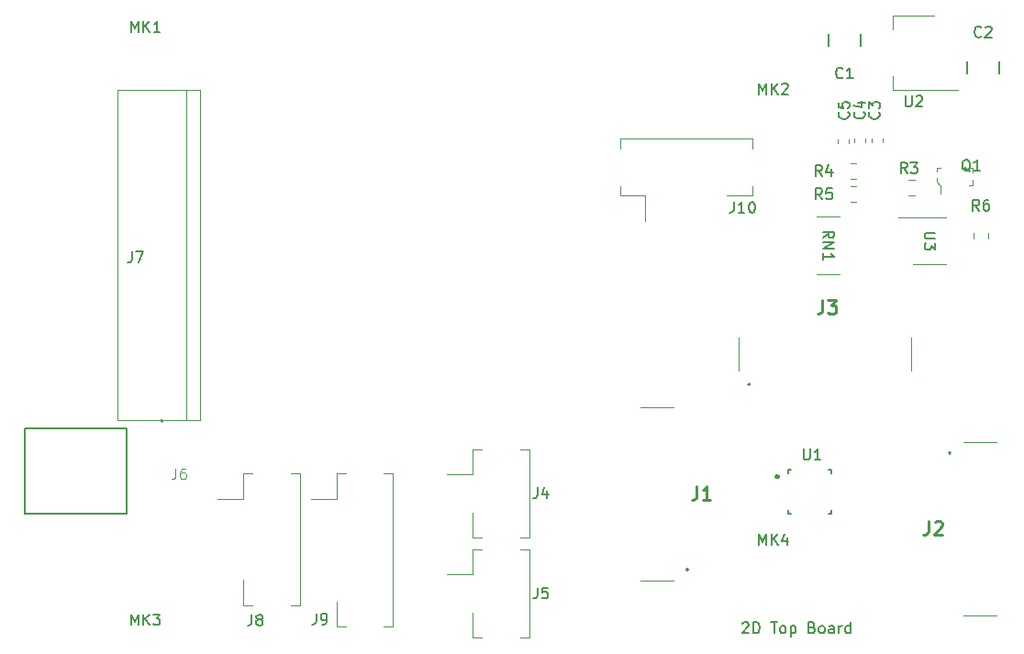
<source format=gto>
G04 #@! TF.GenerationSoftware,KiCad,Pcbnew,(5.1.0)-1*
G04 #@! TF.CreationDate,2020-03-11T13:06:58+00:00*
G04 #@! TF.ProjectId,2D Top Board,32442054-6f70-4204-926f-6172642e6b69,-*
G04 #@! TF.SameCoordinates,Original*
G04 #@! TF.FileFunction,Legend,Top*
G04 #@! TF.FilePolarity,Positive*
%FSLAX46Y46*%
G04 Gerber Fmt 4.6, Leading zero omitted, Abs format (unit mm)*
G04 Created by KiCad (PCBNEW (5.1.0)-1) date 2020-03-11 13:06:58*
%MOMM*%
%LPD*%
G04 APERTURE LIST*
%ADD10C,0.150000*%
%ADD11C,0.120000*%
%ADD12C,0.200000*%
%ADD13C,0.127000*%
%ADD14C,0.100000*%
%ADD15C,0.300000*%
%ADD16C,0.015000*%
%ADD17C,0.254000*%
G04 APERTURE END LIST*
D10*
X166600000Y-122547619D02*
X166647619Y-122500000D01*
X166742857Y-122452380D01*
X166980952Y-122452380D01*
X167076190Y-122500000D01*
X167123809Y-122547619D01*
X167171428Y-122642857D01*
X167171428Y-122738095D01*
X167123809Y-122880952D01*
X166552380Y-123452380D01*
X167171428Y-123452380D01*
X167600000Y-123452380D02*
X167600000Y-122452380D01*
X167838095Y-122452380D01*
X167980952Y-122500000D01*
X168076190Y-122595238D01*
X168123809Y-122690476D01*
X168171428Y-122880952D01*
X168171428Y-123023809D01*
X168123809Y-123214285D01*
X168076190Y-123309523D01*
X167980952Y-123404761D01*
X167838095Y-123452380D01*
X167600000Y-123452380D01*
X169219047Y-122452380D02*
X169790476Y-122452380D01*
X169504761Y-123452380D02*
X169504761Y-122452380D01*
X170266666Y-123452380D02*
X170171428Y-123404761D01*
X170123809Y-123357142D01*
X170076190Y-123261904D01*
X170076190Y-122976190D01*
X170123809Y-122880952D01*
X170171428Y-122833333D01*
X170266666Y-122785714D01*
X170409523Y-122785714D01*
X170504761Y-122833333D01*
X170552380Y-122880952D01*
X170600000Y-122976190D01*
X170600000Y-123261904D01*
X170552380Y-123357142D01*
X170504761Y-123404761D01*
X170409523Y-123452380D01*
X170266666Y-123452380D01*
X171028571Y-122785714D02*
X171028571Y-123785714D01*
X171028571Y-122833333D02*
X171123809Y-122785714D01*
X171314285Y-122785714D01*
X171409523Y-122833333D01*
X171457142Y-122880952D01*
X171504761Y-122976190D01*
X171504761Y-123261904D01*
X171457142Y-123357142D01*
X171409523Y-123404761D01*
X171314285Y-123452380D01*
X171123809Y-123452380D01*
X171028571Y-123404761D01*
X173028571Y-122928571D02*
X173171428Y-122976190D01*
X173219047Y-123023809D01*
X173266666Y-123119047D01*
X173266666Y-123261904D01*
X173219047Y-123357142D01*
X173171428Y-123404761D01*
X173076190Y-123452380D01*
X172695238Y-123452380D01*
X172695238Y-122452380D01*
X173028571Y-122452380D01*
X173123809Y-122500000D01*
X173171428Y-122547619D01*
X173219047Y-122642857D01*
X173219047Y-122738095D01*
X173171428Y-122833333D01*
X173123809Y-122880952D01*
X173028571Y-122928571D01*
X172695238Y-122928571D01*
X173838095Y-123452380D02*
X173742857Y-123404761D01*
X173695238Y-123357142D01*
X173647619Y-123261904D01*
X173647619Y-122976190D01*
X173695238Y-122880952D01*
X173742857Y-122833333D01*
X173838095Y-122785714D01*
X173980952Y-122785714D01*
X174076190Y-122833333D01*
X174123809Y-122880952D01*
X174171428Y-122976190D01*
X174171428Y-123261904D01*
X174123809Y-123357142D01*
X174076190Y-123404761D01*
X173980952Y-123452380D01*
X173838095Y-123452380D01*
X175028571Y-123452380D02*
X175028571Y-122928571D01*
X174980952Y-122833333D01*
X174885714Y-122785714D01*
X174695238Y-122785714D01*
X174600000Y-122833333D01*
X175028571Y-123404761D02*
X174933333Y-123452380D01*
X174695238Y-123452380D01*
X174600000Y-123404761D01*
X174552380Y-123309523D01*
X174552380Y-123214285D01*
X174600000Y-123119047D01*
X174695238Y-123071428D01*
X174933333Y-123071428D01*
X175028571Y-123023809D01*
X175504761Y-123452380D02*
X175504761Y-122785714D01*
X175504761Y-122976190D02*
X175552380Y-122880952D01*
X175600000Y-122833333D01*
X175695238Y-122785714D01*
X175790476Y-122785714D01*
X176552380Y-123452380D02*
X176552380Y-122452380D01*
X176552380Y-123404761D02*
X176457142Y-123452380D01*
X176266666Y-123452380D01*
X176171428Y-123404761D01*
X176123809Y-123357142D01*
X176076190Y-123261904D01*
X176076190Y-122976190D01*
X176123809Y-122880952D01*
X176171428Y-122833333D01*
X176266666Y-122785714D01*
X176457142Y-122785714D01*
X176552380Y-122833333D01*
D11*
X178490000Y-78121267D02*
X178490000Y-77778733D01*
X179510000Y-78121267D02*
X179510000Y-77778733D01*
X177910000Y-78171267D02*
X177910000Y-77828733D01*
X176890000Y-78171267D02*
X176890000Y-77828733D01*
X175345000Y-78196267D02*
X175345000Y-77853733D01*
X176365000Y-78196267D02*
X176365000Y-77853733D01*
X142540000Y-106465000D02*
X141690000Y-106465000D01*
X141690000Y-106465000D02*
X141690000Y-108790000D01*
X141690000Y-108790000D02*
X139300000Y-108790000D01*
X142540000Y-114635000D02*
X141690000Y-114635000D01*
X141690000Y-114635000D02*
X141690000Y-112310000D01*
X146060000Y-106465000D02*
X146910000Y-106465000D01*
X146910000Y-106465000D02*
X146910000Y-114635000D01*
X146910000Y-114635000D02*
X146060000Y-114635000D01*
X146910000Y-123885000D02*
X146060000Y-123885000D01*
X146910000Y-115715000D02*
X146910000Y-123885000D01*
X146060000Y-115715000D02*
X146910000Y-115715000D01*
X141690000Y-123885000D02*
X141690000Y-121560000D01*
X142540000Y-123885000D02*
X141690000Y-123885000D01*
X141690000Y-118040000D02*
X139300000Y-118040000D01*
X141690000Y-115715000D02*
X141690000Y-118040000D01*
X142540000Y-115715000D02*
X141690000Y-115715000D01*
D12*
X113100000Y-103870000D02*
G75*
G03X113100000Y-103870000I-100000J0D01*
G01*
D13*
X100400000Y-112440000D02*
X100400000Y-104520000D01*
X109800000Y-112440000D02*
X109800000Y-104520000D01*
X109800000Y-112440000D02*
X100400000Y-112440000D01*
X100400000Y-104520000D02*
X109800000Y-104520000D01*
D11*
X108940000Y-103790000D02*
X116560000Y-103790000D01*
X116560000Y-73310000D02*
X108940000Y-73310000D01*
X115290000Y-103790000D02*
X115290000Y-73310000D01*
X108940000Y-103790000D02*
X108940000Y-73310000D01*
X116560000Y-103790000D02*
X116560000Y-73310000D01*
X121390000Y-108715000D02*
X120540000Y-108715000D01*
X120540000Y-108715000D02*
X120540000Y-111040000D01*
X120540000Y-111040000D02*
X118150000Y-111040000D01*
X121390000Y-120885000D02*
X120540000Y-120885000D01*
X120540000Y-120885000D02*
X120540000Y-118560000D01*
X124910000Y-108715000D02*
X125760000Y-108715000D01*
X125760000Y-108715000D02*
X125760000Y-120885000D01*
X125760000Y-120885000D02*
X124910000Y-120885000D01*
X129990000Y-108715000D02*
X129140000Y-108715000D01*
X129140000Y-108715000D02*
X129140000Y-111040000D01*
X129140000Y-111040000D02*
X126750000Y-111040000D01*
X129990000Y-122885000D02*
X129140000Y-122885000D01*
X129140000Y-122885000D02*
X129140000Y-120560000D01*
X133510000Y-108715000D02*
X134360000Y-108715000D01*
X134360000Y-108715000D02*
X134360000Y-122885000D01*
X134360000Y-122885000D02*
X133510000Y-122885000D01*
X167485000Y-77840000D02*
X167485000Y-78690000D01*
X155315000Y-77840000D02*
X167485000Y-77840000D01*
X155315000Y-78690000D02*
X155315000Y-77840000D01*
X167485000Y-83060000D02*
X165160000Y-83060000D01*
X167485000Y-82210000D02*
X167485000Y-83060000D01*
X157640000Y-83060000D02*
X157640000Y-85450000D01*
X155315000Y-83060000D02*
X157640000Y-83060000D01*
X155315000Y-82210000D02*
X155315000Y-83060000D01*
D14*
X184550000Y-81475000D02*
X184550000Y-81750000D01*
X184550000Y-81750000D02*
X184825000Y-82125000D01*
X184825000Y-82125000D02*
X184875000Y-82125000D01*
X184875000Y-82125000D02*
X184875000Y-82900000D01*
X187850000Y-81650000D02*
X187850000Y-82125000D01*
X187850000Y-82125000D02*
X187500000Y-82125000D01*
X187625000Y-80475000D02*
X187500000Y-80475000D01*
X187550000Y-80475000D02*
X187850000Y-80475000D01*
X187850000Y-80475000D02*
X187850000Y-80925000D01*
X184550000Y-80850000D02*
X184550000Y-80475000D01*
X184550000Y-80475000D02*
X184850000Y-80475000D01*
D11*
X181938748Y-83010000D02*
X182461252Y-83010000D01*
X181938748Y-81590000D02*
X182461252Y-81590000D01*
X176588748Y-81510000D02*
X177111252Y-81510000D01*
X176588748Y-80090000D02*
X177111252Y-80090000D01*
X177111252Y-83660000D02*
X176588748Y-83660000D01*
X177111252Y-82240000D02*
X176588748Y-82240000D01*
X189310000Y-86488748D02*
X189310000Y-87011252D01*
X187890000Y-86488748D02*
X187890000Y-87011252D01*
X173450000Y-84990000D02*
X175550000Y-84990000D01*
X173450000Y-90330000D02*
X175550000Y-90330000D01*
D15*
X169900000Y-109000000D02*
G75*
G03X169900000Y-109000000I-100000J0D01*
G01*
D13*
X174800000Y-112400000D02*
X174800000Y-112100000D01*
X174800000Y-112400000D02*
X174500000Y-112400000D01*
X170800000Y-112400000D02*
X170800000Y-112100000D01*
X170800000Y-112400000D02*
X171100000Y-112400000D01*
X174800000Y-108400000D02*
X174800000Y-108700000D01*
X174800000Y-108400000D02*
X174500000Y-108400000D01*
X170800000Y-108400000D02*
X170800000Y-108700000D01*
X171100000Y-108400000D02*
X170800000Y-108400000D01*
D11*
X180490000Y-66490000D02*
X180490000Y-67750000D01*
X180490000Y-73310000D02*
X180490000Y-72050000D01*
X184250000Y-66490000D02*
X180490000Y-66490000D01*
X186500000Y-73310000D02*
X180490000Y-73310000D01*
X183850000Y-89410000D02*
X185350000Y-89410000D01*
X183850000Y-89410000D02*
X182350000Y-89410000D01*
X183850000Y-85090000D02*
X185350000Y-85090000D01*
X183850000Y-85090000D02*
X180975000Y-85090000D01*
D13*
X177500000Y-68190000D02*
X177500000Y-69290000D01*
X174500000Y-68190000D02*
X174500000Y-69290000D01*
X187300000Y-70650000D02*
X187300000Y-71750000D01*
X190300000Y-70650000D02*
X190300000Y-71750000D01*
D12*
X161500000Y-117500000D02*
G75*
G03X161500000Y-117700000I0J-100000D01*
G01*
X161500000Y-117700000D02*
G75*
G03X161500000Y-117500000I0J100000D01*
G01*
X161500000Y-117700000D02*
X161500000Y-117700000D01*
X161500000Y-117500000D02*
X161500000Y-117500000D01*
D14*
X160200000Y-118600000D02*
X157200000Y-118600000D01*
X160200000Y-102600000D02*
X157200000Y-102600000D01*
X187000000Y-121800000D02*
X190000000Y-121800000D01*
X187000000Y-105800000D02*
X190000000Y-105800000D01*
D12*
X185700000Y-106900000D02*
X185700000Y-106900000D01*
X185700000Y-106700000D02*
X185700000Y-106700000D01*
X185700000Y-106700000D02*
G75*
G03X185700000Y-106900000I0J-100000D01*
G01*
X185700000Y-106900000D02*
G75*
G03X185700000Y-106700000I0J100000D01*
G01*
X167300000Y-100500000D02*
G75*
G03X167100000Y-100500000I-100000J0D01*
G01*
X167100000Y-100500000D02*
G75*
G03X167300000Y-100500000I100000J0D01*
G01*
X167100000Y-100500000D02*
X167100000Y-100500000D01*
X167300000Y-100500000D02*
X167300000Y-100500000D01*
D14*
X166200000Y-99200000D02*
X166200000Y-96200000D01*
X182200000Y-99200000D02*
X182200000Y-96200000D01*
D10*
X110190076Y-67952380D02*
X110190076Y-66952380D01*
X110523409Y-67666666D01*
X110856742Y-66952380D01*
X110856742Y-67952380D01*
X111332933Y-67952380D02*
X111332933Y-66952380D01*
X111904361Y-67952380D02*
X111475790Y-67380952D01*
X111904361Y-66952380D02*
X111332933Y-67523809D01*
X112856742Y-67952380D02*
X112285314Y-67952380D01*
X112571028Y-67952380D02*
X112571028Y-66952380D01*
X112475790Y-67095238D01*
X112380552Y-67190476D01*
X112285314Y-67238095D01*
X168140476Y-115312380D02*
X168140476Y-114312380D01*
X168473809Y-115026666D01*
X168807142Y-114312380D01*
X168807142Y-115312380D01*
X169283333Y-115312380D02*
X169283333Y-114312380D01*
X169854761Y-115312380D02*
X169426190Y-114740952D01*
X169854761Y-114312380D02*
X169283333Y-114883809D01*
X170711904Y-114645714D02*
X170711904Y-115312380D01*
X170473809Y-114264761D02*
X170235714Y-114979047D01*
X170854761Y-114979047D01*
X110190076Y-122702380D02*
X110190076Y-121702380D01*
X110523409Y-122416666D01*
X110856742Y-121702380D01*
X110856742Y-122702380D01*
X111332933Y-122702380D02*
X111332933Y-121702380D01*
X111904361Y-122702380D02*
X111475790Y-122130952D01*
X111904361Y-121702380D02*
X111332933Y-122273809D01*
X112237695Y-121702380D02*
X112856742Y-121702380D01*
X112523409Y-122083333D01*
X112666266Y-122083333D01*
X112761504Y-122130952D01*
X112809123Y-122178571D01*
X112856742Y-122273809D01*
X112856742Y-122511904D01*
X112809123Y-122607142D01*
X112761504Y-122654761D01*
X112666266Y-122702380D01*
X112380552Y-122702380D01*
X112285314Y-122654761D01*
X112237695Y-122607142D01*
X168140476Y-73712380D02*
X168140476Y-72712380D01*
X168473809Y-73426666D01*
X168807142Y-72712380D01*
X168807142Y-73712380D01*
X169283333Y-73712380D02*
X169283333Y-72712380D01*
X169854761Y-73712380D02*
X169426190Y-73140952D01*
X169854761Y-72712380D02*
X169283333Y-73283809D01*
X170235714Y-72807619D02*
X170283333Y-72760000D01*
X170378571Y-72712380D01*
X170616666Y-72712380D01*
X170711904Y-72760000D01*
X170759523Y-72807619D01*
X170807142Y-72902857D01*
X170807142Y-72998095D01*
X170759523Y-73140952D01*
X170188095Y-73712380D01*
X170807142Y-73712380D01*
X179157142Y-75366666D02*
X179204761Y-75414285D01*
X179252380Y-75557142D01*
X179252380Y-75652380D01*
X179204761Y-75795238D01*
X179109523Y-75890476D01*
X179014285Y-75938095D01*
X178823809Y-75985714D01*
X178680952Y-75985714D01*
X178490476Y-75938095D01*
X178395238Y-75890476D01*
X178300000Y-75795238D01*
X178252380Y-75652380D01*
X178252380Y-75557142D01*
X178300000Y-75414285D01*
X178347619Y-75366666D01*
X178252380Y-75033333D02*
X178252380Y-74414285D01*
X178633333Y-74747619D01*
X178633333Y-74604761D01*
X178680952Y-74509523D01*
X178728571Y-74461904D01*
X178823809Y-74414285D01*
X179061904Y-74414285D01*
X179157142Y-74461904D01*
X179204761Y-74509523D01*
X179252380Y-74604761D01*
X179252380Y-74890476D01*
X179204761Y-74985714D01*
X179157142Y-75033333D01*
X177792142Y-75341666D02*
X177839761Y-75389285D01*
X177887380Y-75532142D01*
X177887380Y-75627380D01*
X177839761Y-75770238D01*
X177744523Y-75865476D01*
X177649285Y-75913095D01*
X177458809Y-75960714D01*
X177315952Y-75960714D01*
X177125476Y-75913095D01*
X177030238Y-75865476D01*
X176935000Y-75770238D01*
X176887380Y-75627380D01*
X176887380Y-75532142D01*
X176935000Y-75389285D01*
X176982619Y-75341666D01*
X177220714Y-74484523D02*
X177887380Y-74484523D01*
X176839761Y-74722619D02*
X177554047Y-74960714D01*
X177554047Y-74341666D01*
X176357142Y-75366666D02*
X176404761Y-75414285D01*
X176452380Y-75557142D01*
X176452380Y-75652380D01*
X176404761Y-75795238D01*
X176309523Y-75890476D01*
X176214285Y-75938095D01*
X176023809Y-75985714D01*
X175880952Y-75985714D01*
X175690476Y-75938095D01*
X175595238Y-75890476D01*
X175500000Y-75795238D01*
X175452380Y-75652380D01*
X175452380Y-75557142D01*
X175500000Y-75414285D01*
X175547619Y-75366666D01*
X175452380Y-74461904D02*
X175452380Y-74938095D01*
X175928571Y-74985714D01*
X175880952Y-74938095D01*
X175833333Y-74842857D01*
X175833333Y-74604761D01*
X175880952Y-74509523D01*
X175928571Y-74461904D01*
X176023809Y-74414285D01*
X176261904Y-74414285D01*
X176357142Y-74461904D01*
X176404761Y-74509523D01*
X176452380Y-74604761D01*
X176452380Y-74842857D01*
X176404761Y-74938095D01*
X176357142Y-74985714D01*
X147666666Y-110002380D02*
X147666666Y-110716666D01*
X147619047Y-110859523D01*
X147523809Y-110954761D01*
X147380952Y-111002380D01*
X147285714Y-111002380D01*
X148571428Y-110335714D02*
X148571428Y-111002380D01*
X148333333Y-109954761D02*
X148095238Y-110669047D01*
X148714285Y-110669047D01*
X147666666Y-119252380D02*
X147666666Y-119966666D01*
X147619047Y-120109523D01*
X147523809Y-120204761D01*
X147380952Y-120252380D01*
X147285714Y-120252380D01*
X148619047Y-119252380D02*
X148142857Y-119252380D01*
X148095238Y-119728571D01*
X148142857Y-119680952D01*
X148238095Y-119633333D01*
X148476190Y-119633333D01*
X148571428Y-119680952D01*
X148619047Y-119728571D01*
X148666666Y-119823809D01*
X148666666Y-120061904D01*
X148619047Y-120157142D01*
X148571428Y-120204761D01*
X148476190Y-120252380D01*
X148238095Y-120252380D01*
X148142857Y-120204761D01*
X148095238Y-120157142D01*
D16*
X114266666Y-108252380D02*
X114266666Y-108966666D01*
X114219047Y-109109523D01*
X114123809Y-109204761D01*
X113980952Y-109252380D01*
X113885714Y-109252380D01*
X115171428Y-108252380D02*
X114980952Y-108252380D01*
X114885714Y-108300000D01*
X114838095Y-108347619D01*
X114742857Y-108490476D01*
X114695238Y-108680952D01*
X114695238Y-109061904D01*
X114742857Y-109157142D01*
X114790476Y-109204761D01*
X114885714Y-109252380D01*
X115076190Y-109252380D01*
X115171428Y-109204761D01*
X115219047Y-109157142D01*
X115266666Y-109061904D01*
X115266666Y-108823809D01*
X115219047Y-108728571D01*
X115171428Y-108680952D01*
X115076190Y-108633333D01*
X114885714Y-108633333D01*
X114790476Y-108680952D01*
X114742857Y-108728571D01*
X114695238Y-108823809D01*
D10*
X110266666Y-88252380D02*
X110266666Y-88966666D01*
X110219047Y-89109523D01*
X110123809Y-89204761D01*
X109980952Y-89252380D01*
X109885714Y-89252380D01*
X110647619Y-88252380D02*
X111314285Y-88252380D01*
X110885714Y-89252380D01*
X121316666Y-121752380D02*
X121316666Y-122466666D01*
X121269047Y-122609523D01*
X121173809Y-122704761D01*
X121030952Y-122752380D01*
X120935714Y-122752380D01*
X121935714Y-122180952D02*
X121840476Y-122133333D01*
X121792857Y-122085714D01*
X121745238Y-121990476D01*
X121745238Y-121942857D01*
X121792857Y-121847619D01*
X121840476Y-121800000D01*
X121935714Y-121752380D01*
X122126190Y-121752380D01*
X122221428Y-121800000D01*
X122269047Y-121847619D01*
X122316666Y-121942857D01*
X122316666Y-121990476D01*
X122269047Y-122085714D01*
X122221428Y-122133333D01*
X122126190Y-122180952D01*
X121935714Y-122180952D01*
X121840476Y-122228571D01*
X121792857Y-122276190D01*
X121745238Y-122371428D01*
X121745238Y-122561904D01*
X121792857Y-122657142D01*
X121840476Y-122704761D01*
X121935714Y-122752380D01*
X122126190Y-122752380D01*
X122221428Y-122704761D01*
X122269047Y-122657142D01*
X122316666Y-122561904D01*
X122316666Y-122371428D01*
X122269047Y-122276190D01*
X122221428Y-122228571D01*
X122126190Y-122180952D01*
X127266666Y-121652380D02*
X127266666Y-122366666D01*
X127219047Y-122509523D01*
X127123809Y-122604761D01*
X126980952Y-122652380D01*
X126885714Y-122652380D01*
X127790476Y-122652380D02*
X127980952Y-122652380D01*
X128076190Y-122604761D01*
X128123809Y-122557142D01*
X128219047Y-122414285D01*
X128266666Y-122223809D01*
X128266666Y-121842857D01*
X128219047Y-121747619D01*
X128171428Y-121700000D01*
X128076190Y-121652380D01*
X127885714Y-121652380D01*
X127790476Y-121700000D01*
X127742857Y-121747619D01*
X127695238Y-121842857D01*
X127695238Y-122080952D01*
X127742857Y-122176190D01*
X127790476Y-122223809D01*
X127885714Y-122271428D01*
X128076190Y-122271428D01*
X128171428Y-122223809D01*
X128219047Y-122176190D01*
X128266666Y-122080952D01*
X165790476Y-83652380D02*
X165790476Y-84366666D01*
X165742857Y-84509523D01*
X165647619Y-84604761D01*
X165504761Y-84652380D01*
X165409523Y-84652380D01*
X166790476Y-84652380D02*
X166219047Y-84652380D01*
X166504761Y-84652380D02*
X166504761Y-83652380D01*
X166409523Y-83795238D01*
X166314285Y-83890476D01*
X166219047Y-83938095D01*
X167409523Y-83652380D02*
X167504761Y-83652380D01*
X167600000Y-83700000D01*
X167647619Y-83747619D01*
X167695238Y-83842857D01*
X167742857Y-84033333D01*
X167742857Y-84271428D01*
X167695238Y-84461904D01*
X167647619Y-84557142D01*
X167600000Y-84604761D01*
X167504761Y-84652380D01*
X167409523Y-84652380D01*
X167314285Y-84604761D01*
X167266666Y-84557142D01*
X167219047Y-84461904D01*
X167171428Y-84271428D01*
X167171428Y-84033333D01*
X167219047Y-83842857D01*
X167266666Y-83747619D01*
X167314285Y-83700000D01*
X167409523Y-83652380D01*
X187604761Y-80847619D02*
X187509523Y-80800000D01*
X187414285Y-80704761D01*
X187271428Y-80561904D01*
X187176190Y-80514285D01*
X187080952Y-80514285D01*
X187128571Y-80752380D02*
X187033333Y-80704761D01*
X186938095Y-80609523D01*
X186890476Y-80419047D01*
X186890476Y-80085714D01*
X186938095Y-79895238D01*
X187033333Y-79800000D01*
X187128571Y-79752380D01*
X187319047Y-79752380D01*
X187414285Y-79800000D01*
X187509523Y-79895238D01*
X187557142Y-80085714D01*
X187557142Y-80419047D01*
X187509523Y-80609523D01*
X187414285Y-80704761D01*
X187319047Y-80752380D01*
X187128571Y-80752380D01*
X188509523Y-80752380D02*
X187938095Y-80752380D01*
X188223809Y-80752380D02*
X188223809Y-79752380D01*
X188128571Y-79895238D01*
X188033333Y-79990476D01*
X187938095Y-80038095D01*
X181783333Y-81002380D02*
X181450000Y-80526190D01*
X181211904Y-81002380D02*
X181211904Y-80002380D01*
X181592857Y-80002380D01*
X181688095Y-80050000D01*
X181735714Y-80097619D01*
X181783333Y-80192857D01*
X181783333Y-80335714D01*
X181735714Y-80430952D01*
X181688095Y-80478571D01*
X181592857Y-80526190D01*
X181211904Y-80526190D01*
X182116666Y-80002380D02*
X182735714Y-80002380D01*
X182402380Y-80383333D01*
X182545238Y-80383333D01*
X182640476Y-80430952D01*
X182688095Y-80478571D01*
X182735714Y-80573809D01*
X182735714Y-80811904D01*
X182688095Y-80907142D01*
X182640476Y-80954761D01*
X182545238Y-81002380D01*
X182259523Y-81002380D01*
X182164285Y-80954761D01*
X182116666Y-80907142D01*
X173933333Y-81252380D02*
X173600000Y-80776190D01*
X173361904Y-81252380D02*
X173361904Y-80252380D01*
X173742857Y-80252380D01*
X173838095Y-80300000D01*
X173885714Y-80347619D01*
X173933333Y-80442857D01*
X173933333Y-80585714D01*
X173885714Y-80680952D01*
X173838095Y-80728571D01*
X173742857Y-80776190D01*
X173361904Y-80776190D01*
X174790476Y-80585714D02*
X174790476Y-81252380D01*
X174552380Y-80204761D02*
X174314285Y-80919047D01*
X174933333Y-80919047D01*
X173933333Y-83402380D02*
X173600000Y-82926190D01*
X173361904Y-83402380D02*
X173361904Y-82402380D01*
X173742857Y-82402380D01*
X173838095Y-82450000D01*
X173885714Y-82497619D01*
X173933333Y-82592857D01*
X173933333Y-82735714D01*
X173885714Y-82830952D01*
X173838095Y-82878571D01*
X173742857Y-82926190D01*
X173361904Y-82926190D01*
X174838095Y-82402380D02*
X174361904Y-82402380D01*
X174314285Y-82878571D01*
X174361904Y-82830952D01*
X174457142Y-82783333D01*
X174695238Y-82783333D01*
X174790476Y-82830952D01*
X174838095Y-82878571D01*
X174885714Y-82973809D01*
X174885714Y-83211904D01*
X174838095Y-83307142D01*
X174790476Y-83354761D01*
X174695238Y-83402380D01*
X174457142Y-83402380D01*
X174361904Y-83354761D01*
X174314285Y-83307142D01*
X188433333Y-84452380D02*
X188100000Y-83976190D01*
X187861904Y-84452380D02*
X187861904Y-83452380D01*
X188242857Y-83452380D01*
X188338095Y-83500000D01*
X188385714Y-83547619D01*
X188433333Y-83642857D01*
X188433333Y-83785714D01*
X188385714Y-83880952D01*
X188338095Y-83928571D01*
X188242857Y-83976190D01*
X187861904Y-83976190D01*
X189290476Y-83452380D02*
X189100000Y-83452380D01*
X189004761Y-83500000D01*
X188957142Y-83547619D01*
X188861904Y-83690476D01*
X188814285Y-83880952D01*
X188814285Y-84261904D01*
X188861904Y-84357142D01*
X188909523Y-84404761D01*
X189004761Y-84452380D01*
X189195238Y-84452380D01*
X189290476Y-84404761D01*
X189338095Y-84357142D01*
X189385714Y-84261904D01*
X189385714Y-84023809D01*
X189338095Y-83928571D01*
X189290476Y-83880952D01*
X189195238Y-83833333D01*
X189004761Y-83833333D01*
X188909523Y-83880952D01*
X188861904Y-83928571D01*
X188814285Y-84023809D01*
X174047619Y-86969523D02*
X174523809Y-86636190D01*
X174047619Y-86398095D02*
X175047619Y-86398095D01*
X175047619Y-86779047D01*
X175000000Y-86874285D01*
X174952380Y-86921904D01*
X174857142Y-86969523D01*
X174714285Y-86969523D01*
X174619047Y-86921904D01*
X174571428Y-86874285D01*
X174523809Y-86779047D01*
X174523809Y-86398095D01*
X174047619Y-87398095D02*
X175047619Y-87398095D01*
X174047619Y-87969523D01*
X175047619Y-87969523D01*
X174047619Y-88969523D02*
X174047619Y-88398095D01*
X174047619Y-88683809D02*
X175047619Y-88683809D01*
X174904761Y-88588571D01*
X174809523Y-88493333D01*
X174761904Y-88398095D01*
X172238095Y-106452380D02*
X172238095Y-107261904D01*
X172285714Y-107357142D01*
X172333333Y-107404761D01*
X172428571Y-107452380D01*
X172619047Y-107452380D01*
X172714285Y-107404761D01*
X172761904Y-107357142D01*
X172809523Y-107261904D01*
X172809523Y-106452380D01*
X173809523Y-107452380D02*
X173238095Y-107452380D01*
X173523809Y-107452380D02*
X173523809Y-106452380D01*
X173428571Y-106595238D01*
X173333333Y-106690476D01*
X173238095Y-106738095D01*
X181638095Y-73852380D02*
X181638095Y-74661904D01*
X181685714Y-74757142D01*
X181733333Y-74804761D01*
X181828571Y-74852380D01*
X182019047Y-74852380D01*
X182114285Y-74804761D01*
X182161904Y-74757142D01*
X182209523Y-74661904D01*
X182209523Y-73852380D01*
X182638095Y-73947619D02*
X182685714Y-73900000D01*
X182780952Y-73852380D01*
X183019047Y-73852380D01*
X183114285Y-73900000D01*
X183161904Y-73947619D01*
X183209523Y-74042857D01*
X183209523Y-74138095D01*
X183161904Y-74280952D01*
X182590476Y-74852380D01*
X183209523Y-74852380D01*
X184397619Y-86488095D02*
X183588095Y-86488095D01*
X183492857Y-86535714D01*
X183445238Y-86583333D01*
X183397619Y-86678571D01*
X183397619Y-86869047D01*
X183445238Y-86964285D01*
X183492857Y-87011904D01*
X183588095Y-87059523D01*
X184397619Y-87059523D01*
X184397619Y-87440476D02*
X184397619Y-88059523D01*
X184016666Y-87726190D01*
X184016666Y-87869047D01*
X183969047Y-87964285D01*
X183921428Y-88011904D01*
X183826190Y-88059523D01*
X183588095Y-88059523D01*
X183492857Y-88011904D01*
X183445238Y-87964285D01*
X183397619Y-87869047D01*
X183397619Y-87583333D01*
X183445238Y-87488095D01*
X183492857Y-87440476D01*
X175833333Y-72157142D02*
X175785714Y-72204761D01*
X175642857Y-72252380D01*
X175547619Y-72252380D01*
X175404761Y-72204761D01*
X175309523Y-72109523D01*
X175261904Y-72014285D01*
X175214285Y-71823809D01*
X175214285Y-71680952D01*
X175261904Y-71490476D01*
X175309523Y-71395238D01*
X175404761Y-71300000D01*
X175547619Y-71252380D01*
X175642857Y-71252380D01*
X175785714Y-71300000D01*
X175833333Y-71347619D01*
X176785714Y-72252380D02*
X176214285Y-72252380D01*
X176500000Y-72252380D02*
X176500000Y-71252380D01*
X176404761Y-71395238D01*
X176309523Y-71490476D01*
X176214285Y-71538095D01*
X188633333Y-68357142D02*
X188585714Y-68404761D01*
X188442857Y-68452380D01*
X188347619Y-68452380D01*
X188204761Y-68404761D01*
X188109523Y-68309523D01*
X188061904Y-68214285D01*
X188014285Y-68023809D01*
X188014285Y-67880952D01*
X188061904Y-67690476D01*
X188109523Y-67595238D01*
X188204761Y-67500000D01*
X188347619Y-67452380D01*
X188442857Y-67452380D01*
X188585714Y-67500000D01*
X188633333Y-67547619D01*
X189014285Y-67547619D02*
X189061904Y-67500000D01*
X189157142Y-67452380D01*
X189395238Y-67452380D01*
X189490476Y-67500000D01*
X189538095Y-67547619D01*
X189585714Y-67642857D01*
X189585714Y-67738095D01*
X189538095Y-67880952D01*
X188966666Y-68452380D01*
X189585714Y-68452380D01*
D17*
X162376666Y-109904523D02*
X162376666Y-110811666D01*
X162316190Y-110993095D01*
X162195238Y-111114047D01*
X162013809Y-111174523D01*
X161892857Y-111174523D01*
X163646666Y-111174523D02*
X162920952Y-111174523D01*
X163283809Y-111174523D02*
X163283809Y-109904523D01*
X163162857Y-110085952D01*
X163041904Y-110206904D01*
X162920952Y-110267380D01*
X183776666Y-113104523D02*
X183776666Y-114011666D01*
X183716190Y-114193095D01*
X183595238Y-114314047D01*
X183413809Y-114374523D01*
X183292857Y-114374523D01*
X184320952Y-113225476D02*
X184381428Y-113165000D01*
X184502380Y-113104523D01*
X184804761Y-113104523D01*
X184925714Y-113165000D01*
X184986190Y-113225476D01*
X185046666Y-113346428D01*
X185046666Y-113467380D01*
X184986190Y-113648809D01*
X184260476Y-114374523D01*
X185046666Y-114374523D01*
X173976666Y-92704523D02*
X173976666Y-93611666D01*
X173916190Y-93793095D01*
X173795238Y-93914047D01*
X173613809Y-93974523D01*
X173492857Y-93974523D01*
X174460476Y-92704523D02*
X175246666Y-92704523D01*
X174823333Y-93188333D01*
X175004761Y-93188333D01*
X175125714Y-93248809D01*
X175186190Y-93309285D01*
X175246666Y-93430238D01*
X175246666Y-93732619D01*
X175186190Y-93853571D01*
X175125714Y-93914047D01*
X175004761Y-93974523D01*
X174641904Y-93974523D01*
X174520952Y-93914047D01*
X174460476Y-93853571D01*
M02*

</source>
